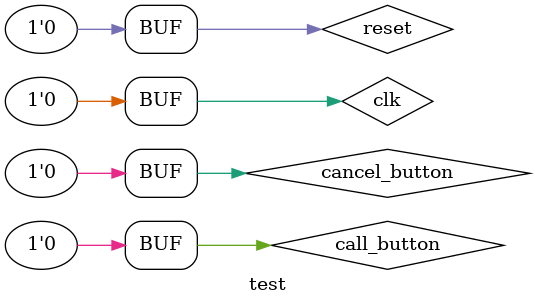
<source format=v>
`timescale 1ns / 1ps


module test;

	// Inputs
	reg clk;
	reg reset;
	reg call_button;
	reg cancel_button;

	// Outputs
	wire light_state;

	// Instantiate the Unit Under Test (UUT)
	fasystem_bh uut (
		.clk(clk), 
		.reset(reset), 
		.call_button(call_button), 
		.cancel_button(cancel_button), 
		.light_state(light_state)
	);

	initial begin
		// Initialize Inputs
		clk = 0;
		reset = 0;
		call_button = 0;
		cancel_button = 0;

		// Wait 100 ns for global reset to finish
		#100;
        
		// Add stimulus here

	end
      
endmodule


</source>
